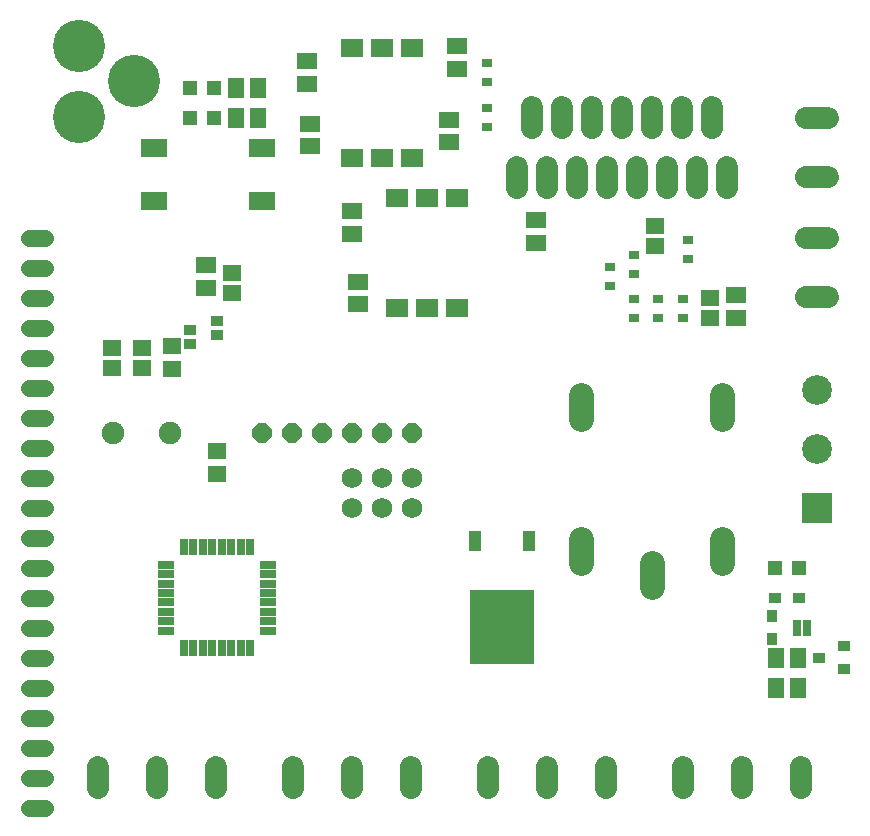
<source format=gts>
G75*
%MOIN*%
%OFA0B0*%
%FSLAX25Y25*%
%IPPOS*%
%LPD*%
%AMOC8*
5,1,8,0,0,1.08239X$1,22.5*
%
%ADD10R,0.06306X0.05518*%
%ADD11R,0.03550X0.02762*%
%ADD12R,0.03550X0.04337*%
%ADD13R,0.04337X0.03550*%
%ADD14OC8,0.06400*%
%ADD15R,0.02600X0.05400*%
%ADD16R,0.05400X0.02600*%
%ADD17C,0.07487*%
%ADD18C,0.06800*%
%ADD19C,0.17400*%
%ADD20R,0.09900X0.09900*%
%ADD21C,0.09900*%
%ADD22R,0.02900X0.05400*%
%ADD23R,0.07408X0.06384*%
%ADD24R,0.03943X0.03550*%
%ADD25R,0.05518X0.06699*%
%ADD26R,0.06699X0.05518*%
%ADD27R,0.03943X0.03746*%
%ADD28C,0.05600*%
%ADD29C,0.07450*%
%ADD30C,0.07487*%
%ADD31R,0.08700X0.05900*%
%ADD32C,0.08200*%
%ADD33R,0.05124X0.05124*%
%ADD34R,0.21660X0.24809*%
%ADD35R,0.04337X0.06699*%
D10*
X0074167Y0128639D03*
X0074167Y0136119D03*
X0059167Y0163639D03*
X0059167Y0171119D03*
X0049167Y0170725D03*
X0049167Y0164032D03*
X0039167Y0164032D03*
X0039167Y0170725D03*
X0079167Y0189032D03*
X0079167Y0195725D03*
X0220167Y0204532D03*
X0220167Y0211225D03*
X0238667Y0187225D03*
X0238667Y0180532D03*
D11*
X0229667Y0180729D03*
X0229667Y0187028D03*
X0221167Y0187028D03*
X0221167Y0180729D03*
X0213167Y0180729D03*
X0213167Y0187028D03*
X0213167Y0195229D03*
X0213167Y0201528D03*
X0205167Y0197528D03*
X0205167Y0191229D03*
X0231167Y0200229D03*
X0231167Y0206528D03*
X0164167Y0244229D03*
X0164167Y0250528D03*
X0164167Y0259229D03*
X0164167Y0265528D03*
D12*
X0259167Y0081316D03*
X0259167Y0073442D03*
D13*
X0260230Y0087379D03*
X0268104Y0087379D03*
D14*
X0139167Y0142379D03*
X0129167Y0142379D03*
X0119167Y0142379D03*
X0109167Y0142379D03*
X0099167Y0142379D03*
X0089167Y0142379D03*
D15*
X0085190Y0104279D03*
X0082041Y0104279D03*
X0078891Y0104279D03*
X0075741Y0104279D03*
X0072592Y0104279D03*
X0069442Y0104279D03*
X0066293Y0104279D03*
X0063143Y0104279D03*
X0063143Y0070479D03*
X0066293Y0070479D03*
X0069442Y0070479D03*
X0072592Y0070479D03*
X0075741Y0070479D03*
X0078891Y0070479D03*
X0082041Y0070479D03*
X0085190Y0070479D03*
D16*
X0091067Y0076355D03*
X0091067Y0079505D03*
X0091067Y0082654D03*
X0091067Y0085804D03*
X0091067Y0088954D03*
X0091067Y0092103D03*
X0091067Y0095253D03*
X0091067Y0098402D03*
X0057267Y0098402D03*
X0057267Y0095253D03*
X0057267Y0092103D03*
X0057267Y0088954D03*
X0057267Y0085804D03*
X0057267Y0082654D03*
X0057267Y0079505D03*
X0057267Y0076355D03*
D17*
X0174167Y0223835D02*
X0174167Y0230922D01*
X0184167Y0230922D02*
X0184167Y0223835D01*
X0194167Y0223835D02*
X0194167Y0230922D01*
X0204167Y0230922D02*
X0204167Y0223835D01*
X0214167Y0223835D02*
X0214167Y0230922D01*
X0224167Y0230922D02*
X0224167Y0223835D01*
X0234167Y0223835D02*
X0234167Y0230922D01*
X0244167Y0230922D02*
X0244167Y0223835D01*
X0239167Y0243835D02*
X0239167Y0250922D01*
X0229167Y0250922D02*
X0229167Y0243835D01*
X0219167Y0243835D02*
X0219167Y0250922D01*
X0209167Y0250922D02*
X0209167Y0243835D01*
X0199167Y0243835D02*
X0199167Y0250922D01*
X0189167Y0250922D02*
X0189167Y0243835D01*
X0179167Y0243835D02*
X0179167Y0250922D01*
D18*
X0139167Y0127379D03*
X0139167Y0117379D03*
X0129167Y0117379D03*
X0119167Y0117379D03*
X0119167Y0127379D03*
X0129167Y0127379D03*
D19*
X0028167Y0247694D03*
X0046671Y0259505D03*
X0028167Y0271316D03*
D20*
X0274167Y0117379D03*
D21*
X0274167Y0137064D03*
X0274167Y0156749D03*
D22*
X0270938Y0077379D03*
X0267395Y0077379D03*
D23*
X0154167Y0184091D03*
X0144167Y0184091D03*
X0134167Y0184091D03*
X0134167Y0220666D03*
X0144167Y0220666D03*
X0154167Y0220666D03*
X0139167Y0234091D03*
X0129167Y0234091D03*
X0119167Y0234091D03*
X0119167Y0270666D03*
X0129167Y0270666D03*
X0139167Y0270666D03*
D24*
X0283104Y0071119D03*
X0283104Y0063639D03*
X0274836Y0067379D03*
D25*
X0267907Y0067379D03*
X0260427Y0067379D03*
X0260427Y0057379D03*
X0267907Y0057379D03*
X0087907Y0247379D03*
X0080427Y0247379D03*
X0080427Y0257379D03*
X0087907Y0257379D03*
D26*
X0104167Y0258639D03*
X0104167Y0266119D03*
X0105348Y0245331D03*
X0105348Y0237851D03*
X0119167Y0216119D03*
X0119167Y0208639D03*
X0121167Y0192619D03*
X0121167Y0185139D03*
X0070667Y0190639D03*
X0070667Y0198119D03*
X0151667Y0239139D03*
X0151667Y0246619D03*
X0154167Y0263639D03*
X0154167Y0271119D03*
X0180667Y0213119D03*
X0180667Y0205639D03*
X0247167Y0188119D03*
X0247167Y0180639D03*
D27*
X0074167Y0179662D03*
X0074167Y0175095D03*
X0065167Y0176662D03*
X0065167Y0172095D03*
D28*
X0016767Y0017379D02*
X0011567Y0017379D01*
X0011567Y0027379D02*
X0016767Y0027379D01*
X0016767Y0037379D02*
X0011567Y0037379D01*
X0011567Y0047379D02*
X0016767Y0047379D01*
X0016767Y0057379D02*
X0011567Y0057379D01*
X0011567Y0067379D02*
X0016767Y0067379D01*
X0016767Y0077379D02*
X0011567Y0077379D01*
X0011567Y0087379D02*
X0016767Y0087379D01*
X0016767Y0097379D02*
X0011567Y0097379D01*
X0011567Y0107379D02*
X0016767Y0107379D01*
X0016767Y0117379D02*
X0011567Y0117379D01*
X0011567Y0127379D02*
X0016767Y0127379D01*
X0016767Y0137379D02*
X0011567Y0137379D01*
X0011567Y0147379D02*
X0016767Y0147379D01*
X0016767Y0157379D02*
X0011567Y0157379D01*
X0011567Y0167379D02*
X0016767Y0167379D01*
X0016767Y0177379D02*
X0011567Y0177379D01*
X0011567Y0187379D02*
X0016767Y0187379D01*
X0016767Y0197379D02*
X0011567Y0197379D01*
X0011567Y0207379D02*
X0016767Y0207379D01*
D29*
X0034482Y0030825D02*
X0034482Y0023775D01*
X0054167Y0023775D02*
X0054167Y0030825D01*
X0073852Y0030825D02*
X0073852Y0023775D01*
X0099482Y0023775D02*
X0099482Y0030825D01*
X0119167Y0030825D02*
X0119167Y0023775D01*
X0138852Y0023775D02*
X0138852Y0030825D01*
X0164482Y0030825D02*
X0164482Y0023775D01*
X0184167Y0023775D02*
X0184167Y0030825D01*
X0203852Y0030825D02*
X0203852Y0023775D01*
X0229482Y0023775D02*
X0229482Y0030825D01*
X0249167Y0030825D02*
X0249167Y0023775D01*
X0268852Y0023775D02*
X0268852Y0030825D01*
X0270642Y0187536D02*
X0277692Y0187536D01*
X0277692Y0207221D02*
X0270642Y0207221D01*
X0270642Y0227536D02*
X0277692Y0227536D01*
X0277692Y0247221D02*
X0270642Y0247221D01*
D30*
X0058667Y0142379D03*
X0039667Y0142379D03*
D31*
X0053267Y0219679D03*
X0053267Y0237379D03*
X0089167Y0237379D03*
X0089167Y0219679D03*
D32*
X0195667Y0154779D02*
X0195667Y0146979D01*
X0195667Y0106779D02*
X0195667Y0098979D01*
X0219167Y0098779D02*
X0219167Y0090979D01*
X0242667Y0098979D02*
X0242667Y0106779D01*
X0242667Y0146979D02*
X0242667Y0154779D01*
D33*
X0260033Y0097379D03*
X0268301Y0097379D03*
X0073301Y0247379D03*
X0065033Y0247379D03*
X0065033Y0257379D03*
X0073301Y0257379D03*
D34*
X0169167Y0077536D03*
D35*
X0178143Y0106276D03*
X0160190Y0106276D03*
M02*

</source>
